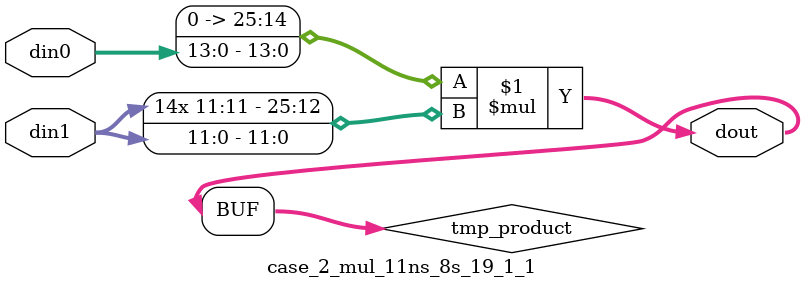
<source format=v>

`timescale 1 ns / 1 ps

 (* use_dsp = "no" *)  module case_2_mul_11ns_8s_19_1_1(din0, din1, dout);
parameter ID = 1;
parameter NUM_STAGE = 0;
parameter din0_WIDTH = 14;
parameter din1_WIDTH = 12;
parameter dout_WIDTH = 26;

input [din0_WIDTH - 1 : 0] din0; 
input [din1_WIDTH - 1 : 0] din1; 
output [dout_WIDTH - 1 : 0] dout;

wire signed [dout_WIDTH - 1 : 0] tmp_product;

























assign tmp_product = $signed({1'b0, din0}) * $signed(din1);










assign dout = tmp_product;





















endmodule

</source>
